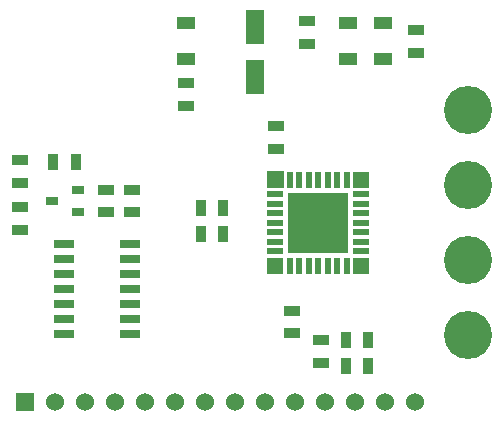
<source format=gts>
G04 (created by PCBNEW (2013-mar-13)-testing) date Tue 09 Jul 2013 08:38:35 AM EDT*
%MOIN*%
G04 Gerber Fmt 3.4, Leading zero omitted, Abs format*
%FSLAX34Y34*%
G01*
G70*
G90*
G04 APERTURE LIST*
%ADD10C,0.005906*%
%ADD11R,0.055000X0.035000*%
%ADD12R,0.035000X0.055000*%
%ADD13R,0.059843X0.040157*%
%ADD14R,0.060000X0.060000*%
%ADD15C,0.060000*%
%ADD16C,0.160000*%
%ADD17R,0.039400X0.031500*%
%ADD18R,0.066929X0.025591*%
%ADD19R,0.062992X0.114173*%
%ADD20R,0.204724X0.204724*%
%ADD21R,0.057087X0.019685*%
%ADD22R,0.019685X0.057087*%
%ADD23R,0.057087X0.057087*%
G04 APERTURE END LIST*
G54D10*
G54D11*
X51090Y-51654D03*
X51090Y-50904D03*
X60157Y-55924D03*
X60157Y-56674D03*
G54D12*
X57855Y-53385D03*
X57105Y-53385D03*
X57855Y-52519D03*
X57105Y-52519D03*
G54D11*
X60637Y-47028D03*
X60637Y-46278D03*
X59606Y-49782D03*
X59606Y-50532D03*
G54D12*
X62686Y-56889D03*
X61936Y-56889D03*
G54D13*
X63196Y-46348D03*
X63196Y-47549D03*
X62015Y-47549D03*
X62015Y-46348D03*
X56602Y-46348D03*
X56602Y-47549D03*
G54D14*
X51237Y-58969D03*
G54D15*
X52237Y-58969D03*
X53237Y-58969D03*
X54237Y-58969D03*
X55237Y-58969D03*
X56237Y-58969D03*
X57237Y-58969D03*
X58237Y-58969D03*
X59237Y-58969D03*
X60237Y-58969D03*
X61237Y-58969D03*
X62237Y-58969D03*
X63237Y-58969D03*
X64237Y-58969D03*
G54D16*
X66000Y-49250D03*
X66000Y-54250D03*
X66000Y-51750D03*
X66000Y-56750D03*
G54D17*
X52133Y-52263D03*
X52999Y-51888D03*
X52999Y-52638D03*
G54D11*
X53944Y-52638D03*
X53944Y-51888D03*
X51090Y-52479D03*
X51090Y-53229D03*
G54D12*
X52191Y-50984D03*
X52941Y-50984D03*
G54D11*
X54830Y-51888D03*
X54830Y-52638D03*
X61129Y-57658D03*
X61129Y-56908D03*
X64279Y-47323D03*
X64279Y-46573D03*
G54D12*
X61936Y-57775D03*
X62686Y-57775D03*
G54D11*
X56602Y-49095D03*
X56602Y-48345D03*
G54D18*
X54751Y-56716D03*
X54751Y-56216D03*
X54751Y-55716D03*
X54751Y-55216D03*
X54751Y-54716D03*
X54751Y-54216D03*
X54751Y-53716D03*
X52547Y-53716D03*
X52547Y-54216D03*
X52547Y-54716D03*
X52547Y-55216D03*
X52547Y-55716D03*
X52547Y-56216D03*
X52547Y-56716D03*
G54D19*
X58900Y-48126D03*
X58900Y-46473D03*
G54D20*
X61023Y-52992D03*
G54D21*
X62460Y-52047D03*
X62460Y-52362D03*
X62460Y-52677D03*
X62460Y-52992D03*
X62460Y-53307D03*
X62460Y-53622D03*
X62460Y-53937D03*
X59586Y-53937D03*
X59586Y-53622D03*
X59586Y-53307D03*
X59586Y-52992D03*
X59586Y-52677D03*
X59586Y-52362D03*
X59586Y-52047D03*
G54D22*
X61968Y-54429D03*
X61653Y-54429D03*
X61338Y-54429D03*
X61023Y-54429D03*
X60708Y-54429D03*
X60393Y-54429D03*
X60078Y-54429D03*
X60078Y-51555D03*
X60393Y-51555D03*
X60708Y-51555D03*
X61023Y-51555D03*
X61338Y-51555D03*
X61653Y-51555D03*
X61968Y-51555D03*
G54D23*
X62460Y-51555D03*
X62460Y-54429D03*
X59586Y-54429D03*
G54D10*
G36*
X59301Y-51840D02*
X59301Y-51269D01*
X59872Y-51269D01*
X59872Y-51840D01*
X59301Y-51840D01*
X59301Y-51840D01*
G37*
M02*

</source>
